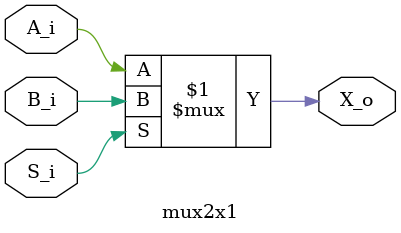
<source format=v>
/**
 * lab0 - multiplexador 2x1
 * Aluno: Luan Daniel de Oliveira Melo (20102096)
 *
 ** lab0\src\mux2x1.v **
 * Define um modulo para um multiplexador 2x1
 */

/**
 * Modulo para multiplexador 2x1
 * @param A_i I|Primeiro dado do mux
 * @param B_i I|Segundo dado do mux
 * @param S_i I|Seletor do mux
 * @param X_o O|Saida do mux
 */

module mux2x1
(A_i, B_i, S_i, X_o);
	input A_i, B_i, S_i;
	output X_o;

	assign X_o = (S_i)? B_i : A_i;

endmodule //mux2x1

</source>
